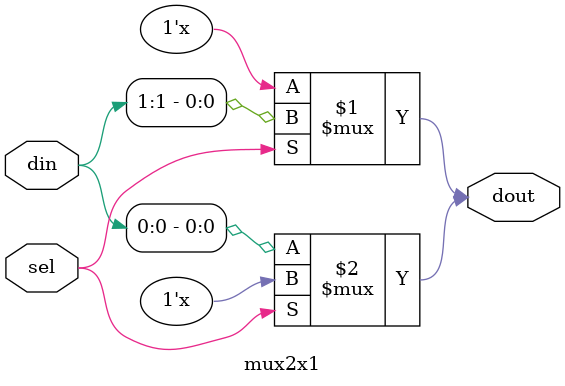
<source format=v>
module mux2x1(output dout, input sel, input [1:0] din);
    bufif1 b2(dout, din[1], sel);
    bufif0 b1(dout, din[0], sel);

endmodule
</source>
